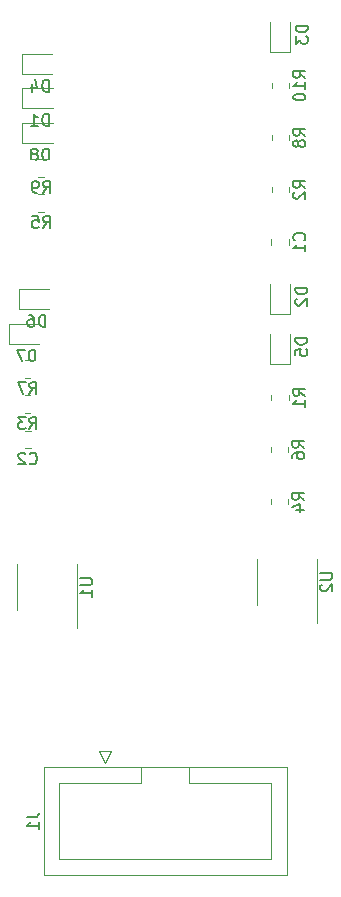
<source format=gbr>
G04 #@! TF.GenerationSoftware,KiCad,Pcbnew,(5.1.10-1-10_14)*
G04 #@! TF.CreationDate,2021-10-11T21:18:44+02:00*
G04 #@! TF.ProjectId,main,6d61696e-2e6b-4696-9361-645f70636258,rev?*
G04 #@! TF.SameCoordinates,Original*
G04 #@! TF.FileFunction,Legend,Bot*
G04 #@! TF.FilePolarity,Positive*
%FSLAX46Y46*%
G04 Gerber Fmt 4.6, Leading zero omitted, Abs format (unit mm)*
G04 Created by KiCad (PCBNEW (5.1.10-1-10_14)) date 2021-10-11 21:18:44*
%MOMM*%
%LPD*%
G01*
G04 APERTURE LIST*
%ADD10C,0.120000*%
%ADD11C,0.150000*%
%ADD12O,2.720000X3.240000*%
%ADD13C,1.800000*%
%ADD14R,1.800000X1.800000*%
%ADD15O,2.300000X3.100000*%
%ADD16C,1.700000*%
%ADD17R,0.500000X0.500000*%
G04 APERTURE END LIST*
D10*
X142704000Y-97472500D02*
X142704000Y-100922500D01*
X142704000Y-97472500D02*
X142704000Y-95522500D01*
X137584000Y-97472500D02*
X137584000Y-99422500D01*
X137584000Y-97472500D02*
X137584000Y-95522500D01*
X122384000Y-97917000D02*
X122384000Y-101367000D01*
X122384000Y-97917000D02*
X122384000Y-95967000D01*
X117264000Y-97917000D02*
X117264000Y-99867000D01*
X117264000Y-97917000D02*
X117264000Y-95967000D01*
X138868000Y-55684064D02*
X138868000Y-55229936D01*
X140338000Y-55684064D02*
X140338000Y-55229936D01*
X119114936Y-61711500D02*
X119569064Y-61711500D01*
X119114936Y-63181500D02*
X119569064Y-63181500D01*
X138868000Y-60094064D02*
X138868000Y-59639936D01*
X140338000Y-60094064D02*
X140338000Y-59639936D01*
X117965936Y-78731000D02*
X118420064Y-78731000D01*
X117965936Y-80201000D02*
X118420064Y-80201000D01*
X138779000Y-86515064D02*
X138779000Y-86060936D01*
X140249000Y-86515064D02*
X140249000Y-86060936D01*
X119114936Y-64661500D02*
X119569064Y-64661500D01*
X119114936Y-66131500D02*
X119569064Y-66131500D01*
X138779000Y-90925064D02*
X138779000Y-90470936D01*
X140249000Y-90925064D02*
X140249000Y-90470936D01*
X117965936Y-81681000D02*
X118420064Y-81681000D01*
X117965936Y-83151000D02*
X118420064Y-83151000D01*
X138868000Y-64504064D02*
X138868000Y-64049936D01*
X140338000Y-64504064D02*
X140338000Y-64049936D01*
X138839000Y-82105064D02*
X138839000Y-81650936D01*
X140309000Y-82105064D02*
X140309000Y-81650936D01*
X119568000Y-113169000D02*
X119568000Y-122289000D01*
X119568000Y-122289000D02*
X140148000Y-122289000D01*
X140148000Y-122289000D02*
X140148000Y-113169000D01*
X140148000Y-113169000D02*
X119568000Y-113169000D01*
X127808000Y-113169000D02*
X127808000Y-114479000D01*
X127808000Y-114479000D02*
X120868000Y-114479000D01*
X120868000Y-114479000D02*
X120868000Y-120979000D01*
X120868000Y-120979000D02*
X138848000Y-120979000D01*
X138848000Y-120979000D02*
X138848000Y-114479000D01*
X138848000Y-114479000D02*
X131908000Y-114479000D01*
X131908000Y-114479000D02*
X131908000Y-114479000D01*
X131908000Y-114479000D02*
X131908000Y-113169000D01*
X124778000Y-112779000D02*
X124278000Y-111779000D01*
X124278000Y-111779000D02*
X125278000Y-111779000D01*
X125278000Y-111779000D02*
X124778000Y-112779000D01*
X117762000Y-60346500D02*
X120312000Y-60346500D01*
X117762000Y-58646500D02*
X120312000Y-58646500D01*
X117762000Y-60346500D02*
X117762000Y-58646500D01*
X116613000Y-77366000D02*
X119163000Y-77366000D01*
X116613000Y-75666000D02*
X119163000Y-75666000D01*
X116613000Y-77366000D02*
X116613000Y-75666000D01*
X117473000Y-74416000D02*
X120023000Y-74416000D01*
X117473000Y-72716000D02*
X120023000Y-72716000D01*
X117473000Y-74416000D02*
X117473000Y-72716000D01*
X140424000Y-79048000D02*
X140424000Y-76498000D01*
X138724000Y-79048000D02*
X138724000Y-76498000D01*
X140424000Y-79048000D02*
X138724000Y-79048000D01*
X117753000Y-54507500D02*
X120303000Y-54507500D01*
X117753000Y-52807500D02*
X120303000Y-52807500D01*
X117753000Y-54507500D02*
X117753000Y-52807500D01*
X140453000Y-52627000D02*
X140453000Y-50077000D01*
X138753000Y-52627000D02*
X138753000Y-50077000D01*
X140453000Y-52627000D02*
X138753000Y-52627000D01*
X140424000Y-74798000D02*
X140424000Y-72248000D01*
X138724000Y-74798000D02*
X138724000Y-72248000D01*
X140424000Y-74798000D02*
X138724000Y-74798000D01*
X117762000Y-57396500D02*
X120312000Y-57396500D01*
X117762000Y-55696500D02*
X120312000Y-55696500D01*
X117762000Y-57396500D02*
X117762000Y-55696500D01*
X117951748Y-84661000D02*
X118474252Y-84661000D01*
X117951748Y-86131000D02*
X118474252Y-86131000D01*
X138838000Y-68968252D02*
X138838000Y-68445748D01*
X140308000Y-68968252D02*
X140308000Y-68445748D01*
D11*
X142996380Y-96710595D02*
X143805904Y-96710595D01*
X143901142Y-96758214D01*
X143948761Y-96805833D01*
X143996380Y-96901071D01*
X143996380Y-97091547D01*
X143948761Y-97186785D01*
X143901142Y-97234404D01*
X143805904Y-97282023D01*
X142996380Y-97282023D01*
X143091619Y-97710595D02*
X143044000Y-97758214D01*
X142996380Y-97853452D01*
X142996380Y-98091547D01*
X143044000Y-98186785D01*
X143091619Y-98234404D01*
X143186857Y-98282023D01*
X143282095Y-98282023D01*
X143424952Y-98234404D01*
X143996380Y-97662976D01*
X143996380Y-98282023D01*
X122676380Y-97155095D02*
X123485904Y-97155095D01*
X123581142Y-97202714D01*
X123628761Y-97250333D01*
X123676380Y-97345571D01*
X123676380Y-97536047D01*
X123628761Y-97631285D01*
X123581142Y-97678904D01*
X123485904Y-97726523D01*
X122676380Y-97726523D01*
X123676380Y-98726523D02*
X123676380Y-98155095D01*
X123676380Y-98440809D02*
X122676380Y-98440809D01*
X122819238Y-98345571D01*
X122914476Y-98250333D01*
X122962095Y-98155095D01*
X141705380Y-54814142D02*
X141229190Y-54480809D01*
X141705380Y-54242714D02*
X140705380Y-54242714D01*
X140705380Y-54623666D01*
X140753000Y-54718904D01*
X140800619Y-54766523D01*
X140895857Y-54814142D01*
X141038714Y-54814142D01*
X141133952Y-54766523D01*
X141181571Y-54718904D01*
X141229190Y-54623666D01*
X141229190Y-54242714D01*
X141705380Y-55766523D02*
X141705380Y-55195095D01*
X141705380Y-55480809D02*
X140705380Y-55480809D01*
X140848238Y-55385571D01*
X140943476Y-55290333D01*
X140991095Y-55195095D01*
X140705380Y-56385571D02*
X140705380Y-56480809D01*
X140753000Y-56576047D01*
X140800619Y-56623666D01*
X140895857Y-56671285D01*
X141086333Y-56718904D01*
X141324428Y-56718904D01*
X141514904Y-56671285D01*
X141610142Y-56623666D01*
X141657761Y-56576047D01*
X141705380Y-56480809D01*
X141705380Y-56385571D01*
X141657761Y-56290333D01*
X141610142Y-56242714D01*
X141514904Y-56195095D01*
X141324428Y-56147476D01*
X141086333Y-56147476D01*
X140895857Y-56195095D01*
X140800619Y-56242714D01*
X140753000Y-56290333D01*
X140705380Y-56385571D01*
X119508666Y-64548880D02*
X119842000Y-64072690D01*
X120080095Y-64548880D02*
X120080095Y-63548880D01*
X119699142Y-63548880D01*
X119603904Y-63596500D01*
X119556285Y-63644119D01*
X119508666Y-63739357D01*
X119508666Y-63882214D01*
X119556285Y-63977452D01*
X119603904Y-64025071D01*
X119699142Y-64072690D01*
X120080095Y-64072690D01*
X119032476Y-64548880D02*
X118842000Y-64548880D01*
X118746761Y-64501261D01*
X118699142Y-64453642D01*
X118603904Y-64310785D01*
X118556285Y-64120309D01*
X118556285Y-63739357D01*
X118603904Y-63644119D01*
X118651523Y-63596500D01*
X118746761Y-63548880D01*
X118937238Y-63548880D01*
X119032476Y-63596500D01*
X119080095Y-63644119D01*
X119127714Y-63739357D01*
X119127714Y-63977452D01*
X119080095Y-64072690D01*
X119032476Y-64120309D01*
X118937238Y-64167928D01*
X118746761Y-64167928D01*
X118651523Y-64120309D01*
X118603904Y-64072690D01*
X118556285Y-63977452D01*
X141705380Y-59700333D02*
X141229190Y-59367000D01*
X141705380Y-59128904D02*
X140705380Y-59128904D01*
X140705380Y-59509857D01*
X140753000Y-59605095D01*
X140800619Y-59652714D01*
X140895857Y-59700333D01*
X141038714Y-59700333D01*
X141133952Y-59652714D01*
X141181571Y-59605095D01*
X141229190Y-59509857D01*
X141229190Y-59128904D01*
X141133952Y-60271761D02*
X141086333Y-60176523D01*
X141038714Y-60128904D01*
X140943476Y-60081285D01*
X140895857Y-60081285D01*
X140800619Y-60128904D01*
X140753000Y-60176523D01*
X140705380Y-60271761D01*
X140705380Y-60462238D01*
X140753000Y-60557476D01*
X140800619Y-60605095D01*
X140895857Y-60652714D01*
X140943476Y-60652714D01*
X141038714Y-60605095D01*
X141086333Y-60557476D01*
X141133952Y-60462238D01*
X141133952Y-60271761D01*
X141181571Y-60176523D01*
X141229190Y-60128904D01*
X141324428Y-60081285D01*
X141514904Y-60081285D01*
X141610142Y-60128904D01*
X141657761Y-60176523D01*
X141705380Y-60271761D01*
X141705380Y-60462238D01*
X141657761Y-60557476D01*
X141610142Y-60605095D01*
X141514904Y-60652714D01*
X141324428Y-60652714D01*
X141229190Y-60605095D01*
X141181571Y-60557476D01*
X141133952Y-60462238D01*
X118359666Y-81568380D02*
X118693000Y-81092190D01*
X118931095Y-81568380D02*
X118931095Y-80568380D01*
X118550142Y-80568380D01*
X118454904Y-80616000D01*
X118407285Y-80663619D01*
X118359666Y-80758857D01*
X118359666Y-80901714D01*
X118407285Y-80996952D01*
X118454904Y-81044571D01*
X118550142Y-81092190D01*
X118931095Y-81092190D01*
X118026333Y-80568380D02*
X117359666Y-80568380D01*
X117788238Y-81568380D01*
X141616380Y-86121333D02*
X141140190Y-85788000D01*
X141616380Y-85549904D02*
X140616380Y-85549904D01*
X140616380Y-85930857D01*
X140664000Y-86026095D01*
X140711619Y-86073714D01*
X140806857Y-86121333D01*
X140949714Y-86121333D01*
X141044952Y-86073714D01*
X141092571Y-86026095D01*
X141140190Y-85930857D01*
X141140190Y-85549904D01*
X140616380Y-86978476D02*
X140616380Y-86788000D01*
X140664000Y-86692761D01*
X140711619Y-86645142D01*
X140854476Y-86549904D01*
X141044952Y-86502285D01*
X141425904Y-86502285D01*
X141521142Y-86549904D01*
X141568761Y-86597523D01*
X141616380Y-86692761D01*
X141616380Y-86883238D01*
X141568761Y-86978476D01*
X141521142Y-87026095D01*
X141425904Y-87073714D01*
X141187809Y-87073714D01*
X141092571Y-87026095D01*
X141044952Y-86978476D01*
X140997333Y-86883238D01*
X140997333Y-86692761D01*
X141044952Y-86597523D01*
X141092571Y-86549904D01*
X141187809Y-86502285D01*
X119508666Y-67498880D02*
X119842000Y-67022690D01*
X120080095Y-67498880D02*
X120080095Y-66498880D01*
X119699142Y-66498880D01*
X119603904Y-66546500D01*
X119556285Y-66594119D01*
X119508666Y-66689357D01*
X119508666Y-66832214D01*
X119556285Y-66927452D01*
X119603904Y-66975071D01*
X119699142Y-67022690D01*
X120080095Y-67022690D01*
X118603904Y-66498880D02*
X119080095Y-66498880D01*
X119127714Y-66975071D01*
X119080095Y-66927452D01*
X118984857Y-66879833D01*
X118746761Y-66879833D01*
X118651523Y-66927452D01*
X118603904Y-66975071D01*
X118556285Y-67070309D01*
X118556285Y-67308404D01*
X118603904Y-67403642D01*
X118651523Y-67451261D01*
X118746761Y-67498880D01*
X118984857Y-67498880D01*
X119080095Y-67451261D01*
X119127714Y-67403642D01*
X141616380Y-90531333D02*
X141140190Y-90198000D01*
X141616380Y-89959904D02*
X140616380Y-89959904D01*
X140616380Y-90340857D01*
X140664000Y-90436095D01*
X140711619Y-90483714D01*
X140806857Y-90531333D01*
X140949714Y-90531333D01*
X141044952Y-90483714D01*
X141092571Y-90436095D01*
X141140190Y-90340857D01*
X141140190Y-89959904D01*
X140949714Y-91388476D02*
X141616380Y-91388476D01*
X140568761Y-91150380D02*
X141283047Y-90912285D01*
X141283047Y-91531333D01*
X118359666Y-84518380D02*
X118693000Y-84042190D01*
X118931095Y-84518380D02*
X118931095Y-83518380D01*
X118550142Y-83518380D01*
X118454904Y-83566000D01*
X118407285Y-83613619D01*
X118359666Y-83708857D01*
X118359666Y-83851714D01*
X118407285Y-83946952D01*
X118454904Y-83994571D01*
X118550142Y-84042190D01*
X118931095Y-84042190D01*
X118026333Y-83518380D02*
X117407285Y-83518380D01*
X117740619Y-83899333D01*
X117597761Y-83899333D01*
X117502523Y-83946952D01*
X117454904Y-83994571D01*
X117407285Y-84089809D01*
X117407285Y-84327904D01*
X117454904Y-84423142D01*
X117502523Y-84470761D01*
X117597761Y-84518380D01*
X117883476Y-84518380D01*
X117978714Y-84470761D01*
X118026333Y-84423142D01*
X141705380Y-64110333D02*
X141229190Y-63777000D01*
X141705380Y-63538904D02*
X140705380Y-63538904D01*
X140705380Y-63919857D01*
X140753000Y-64015095D01*
X140800619Y-64062714D01*
X140895857Y-64110333D01*
X141038714Y-64110333D01*
X141133952Y-64062714D01*
X141181571Y-64015095D01*
X141229190Y-63919857D01*
X141229190Y-63538904D01*
X140800619Y-64491285D02*
X140753000Y-64538904D01*
X140705380Y-64634142D01*
X140705380Y-64872238D01*
X140753000Y-64967476D01*
X140800619Y-65015095D01*
X140895857Y-65062714D01*
X140991095Y-65062714D01*
X141133952Y-65015095D01*
X141705380Y-64443666D01*
X141705380Y-65062714D01*
X141676380Y-81711333D02*
X141200190Y-81378000D01*
X141676380Y-81139904D02*
X140676380Y-81139904D01*
X140676380Y-81520857D01*
X140724000Y-81616095D01*
X140771619Y-81663714D01*
X140866857Y-81711333D01*
X141009714Y-81711333D01*
X141104952Y-81663714D01*
X141152571Y-81616095D01*
X141200190Y-81520857D01*
X141200190Y-81139904D01*
X141676380Y-82663714D02*
X141676380Y-82092285D01*
X141676380Y-82378000D02*
X140676380Y-82378000D01*
X140819238Y-82282761D01*
X140914476Y-82187523D01*
X140962095Y-82092285D01*
X118130380Y-117395666D02*
X118844666Y-117395666D01*
X118987523Y-117348047D01*
X119082761Y-117252809D01*
X119130380Y-117109952D01*
X119130380Y-117014714D01*
X119130380Y-118395666D02*
X119130380Y-117824238D01*
X119130380Y-118109952D02*
X118130380Y-118109952D01*
X118273238Y-118014714D01*
X118368476Y-117919476D01*
X118416095Y-117824238D01*
X120000095Y-61798880D02*
X120000095Y-60798880D01*
X119762000Y-60798880D01*
X119619142Y-60846500D01*
X119523904Y-60941738D01*
X119476285Y-61036976D01*
X119428666Y-61227452D01*
X119428666Y-61370309D01*
X119476285Y-61560785D01*
X119523904Y-61656023D01*
X119619142Y-61751261D01*
X119762000Y-61798880D01*
X120000095Y-61798880D01*
X118857238Y-61227452D02*
X118952476Y-61179833D01*
X119000095Y-61132214D01*
X119047714Y-61036976D01*
X119047714Y-60989357D01*
X119000095Y-60894119D01*
X118952476Y-60846500D01*
X118857238Y-60798880D01*
X118666761Y-60798880D01*
X118571523Y-60846500D01*
X118523904Y-60894119D01*
X118476285Y-60989357D01*
X118476285Y-61036976D01*
X118523904Y-61132214D01*
X118571523Y-61179833D01*
X118666761Y-61227452D01*
X118857238Y-61227452D01*
X118952476Y-61275071D01*
X119000095Y-61322690D01*
X119047714Y-61417928D01*
X119047714Y-61608404D01*
X119000095Y-61703642D01*
X118952476Y-61751261D01*
X118857238Y-61798880D01*
X118666761Y-61798880D01*
X118571523Y-61751261D01*
X118523904Y-61703642D01*
X118476285Y-61608404D01*
X118476285Y-61417928D01*
X118523904Y-61322690D01*
X118571523Y-61275071D01*
X118666761Y-61227452D01*
X118851095Y-78818380D02*
X118851095Y-77818380D01*
X118613000Y-77818380D01*
X118470142Y-77866000D01*
X118374904Y-77961238D01*
X118327285Y-78056476D01*
X118279666Y-78246952D01*
X118279666Y-78389809D01*
X118327285Y-78580285D01*
X118374904Y-78675523D01*
X118470142Y-78770761D01*
X118613000Y-78818380D01*
X118851095Y-78818380D01*
X117946333Y-77818380D02*
X117279666Y-77818380D01*
X117708238Y-78818380D01*
X119711095Y-75868380D02*
X119711095Y-74868380D01*
X119473000Y-74868380D01*
X119330142Y-74916000D01*
X119234904Y-75011238D01*
X119187285Y-75106476D01*
X119139666Y-75296952D01*
X119139666Y-75439809D01*
X119187285Y-75630285D01*
X119234904Y-75725523D01*
X119330142Y-75820761D01*
X119473000Y-75868380D01*
X119711095Y-75868380D01*
X118282523Y-74868380D02*
X118473000Y-74868380D01*
X118568238Y-74916000D01*
X118615857Y-74963619D01*
X118711095Y-75106476D01*
X118758714Y-75296952D01*
X118758714Y-75677904D01*
X118711095Y-75773142D01*
X118663476Y-75820761D01*
X118568238Y-75868380D01*
X118377761Y-75868380D01*
X118282523Y-75820761D01*
X118234904Y-75773142D01*
X118187285Y-75677904D01*
X118187285Y-75439809D01*
X118234904Y-75344571D01*
X118282523Y-75296952D01*
X118377761Y-75249333D01*
X118568238Y-75249333D01*
X118663476Y-75296952D01*
X118711095Y-75344571D01*
X118758714Y-75439809D01*
X141876380Y-76809904D02*
X140876380Y-76809904D01*
X140876380Y-77048000D01*
X140924000Y-77190857D01*
X141019238Y-77286095D01*
X141114476Y-77333714D01*
X141304952Y-77381333D01*
X141447809Y-77381333D01*
X141638285Y-77333714D01*
X141733523Y-77286095D01*
X141828761Y-77190857D01*
X141876380Y-77048000D01*
X141876380Y-76809904D01*
X140876380Y-78286095D02*
X140876380Y-77809904D01*
X141352571Y-77762285D01*
X141304952Y-77809904D01*
X141257333Y-77905142D01*
X141257333Y-78143238D01*
X141304952Y-78238476D01*
X141352571Y-78286095D01*
X141447809Y-78333714D01*
X141685904Y-78333714D01*
X141781142Y-78286095D01*
X141828761Y-78238476D01*
X141876380Y-78143238D01*
X141876380Y-77905142D01*
X141828761Y-77809904D01*
X141781142Y-77762285D01*
X119991095Y-55959880D02*
X119991095Y-54959880D01*
X119753000Y-54959880D01*
X119610142Y-55007500D01*
X119514904Y-55102738D01*
X119467285Y-55197976D01*
X119419666Y-55388452D01*
X119419666Y-55531309D01*
X119467285Y-55721785D01*
X119514904Y-55817023D01*
X119610142Y-55912261D01*
X119753000Y-55959880D01*
X119991095Y-55959880D01*
X118562523Y-55293214D02*
X118562523Y-55959880D01*
X118800619Y-54912261D02*
X119038714Y-55626547D01*
X118419666Y-55626547D01*
X141905380Y-50388904D02*
X140905380Y-50388904D01*
X140905380Y-50627000D01*
X140953000Y-50769857D01*
X141048238Y-50865095D01*
X141143476Y-50912714D01*
X141333952Y-50960333D01*
X141476809Y-50960333D01*
X141667285Y-50912714D01*
X141762523Y-50865095D01*
X141857761Y-50769857D01*
X141905380Y-50627000D01*
X141905380Y-50388904D01*
X140905380Y-51293666D02*
X140905380Y-51912714D01*
X141286333Y-51579380D01*
X141286333Y-51722238D01*
X141333952Y-51817476D01*
X141381571Y-51865095D01*
X141476809Y-51912714D01*
X141714904Y-51912714D01*
X141810142Y-51865095D01*
X141857761Y-51817476D01*
X141905380Y-51722238D01*
X141905380Y-51436523D01*
X141857761Y-51341285D01*
X141810142Y-51293666D01*
X141876380Y-72559904D02*
X140876380Y-72559904D01*
X140876380Y-72798000D01*
X140924000Y-72940857D01*
X141019238Y-73036095D01*
X141114476Y-73083714D01*
X141304952Y-73131333D01*
X141447809Y-73131333D01*
X141638285Y-73083714D01*
X141733523Y-73036095D01*
X141828761Y-72940857D01*
X141876380Y-72798000D01*
X141876380Y-72559904D01*
X140971619Y-73512285D02*
X140924000Y-73559904D01*
X140876380Y-73655142D01*
X140876380Y-73893238D01*
X140924000Y-73988476D01*
X140971619Y-74036095D01*
X141066857Y-74083714D01*
X141162095Y-74083714D01*
X141304952Y-74036095D01*
X141876380Y-73464666D01*
X141876380Y-74083714D01*
X120000095Y-58848880D02*
X120000095Y-57848880D01*
X119762000Y-57848880D01*
X119619142Y-57896500D01*
X119523904Y-57991738D01*
X119476285Y-58086976D01*
X119428666Y-58277452D01*
X119428666Y-58420309D01*
X119476285Y-58610785D01*
X119523904Y-58706023D01*
X119619142Y-58801261D01*
X119762000Y-58848880D01*
X120000095Y-58848880D01*
X118476285Y-58848880D02*
X119047714Y-58848880D01*
X118762000Y-58848880D02*
X118762000Y-57848880D01*
X118857238Y-57991738D01*
X118952476Y-58086976D01*
X119047714Y-58134595D01*
X118379666Y-87433142D02*
X118427285Y-87480761D01*
X118570142Y-87528380D01*
X118665380Y-87528380D01*
X118808238Y-87480761D01*
X118903476Y-87385523D01*
X118951095Y-87290285D01*
X118998714Y-87099809D01*
X118998714Y-86956952D01*
X118951095Y-86766476D01*
X118903476Y-86671238D01*
X118808238Y-86576000D01*
X118665380Y-86528380D01*
X118570142Y-86528380D01*
X118427285Y-86576000D01*
X118379666Y-86623619D01*
X117998714Y-86623619D02*
X117951095Y-86576000D01*
X117855857Y-86528380D01*
X117617761Y-86528380D01*
X117522523Y-86576000D01*
X117474904Y-86623619D01*
X117427285Y-86718857D01*
X117427285Y-86814095D01*
X117474904Y-86956952D01*
X118046333Y-87528380D01*
X117427285Y-87528380D01*
X141610142Y-68540333D02*
X141657761Y-68492714D01*
X141705380Y-68349857D01*
X141705380Y-68254619D01*
X141657761Y-68111761D01*
X141562523Y-68016523D01*
X141467285Y-67968904D01*
X141276809Y-67921285D01*
X141133952Y-67921285D01*
X140943476Y-67968904D01*
X140848238Y-68016523D01*
X140753000Y-68111761D01*
X140705380Y-68254619D01*
X140705380Y-68349857D01*
X140753000Y-68492714D01*
X140800619Y-68540333D01*
X141705380Y-69492714D02*
X141705380Y-68921285D01*
X141705380Y-69207000D02*
X140705380Y-69207000D01*
X140848238Y-69111761D01*
X140943476Y-69016523D01*
X140991095Y-68921285D01*
%LPC*%
G36*
G01*
X142199000Y-95972500D02*
X141899000Y-95972500D01*
G75*
G02*
X141749000Y-95822500I0J150000D01*
G01*
X141749000Y-94172500D01*
G75*
G02*
X141899000Y-94022500I150000J0D01*
G01*
X142199000Y-94022500D01*
G75*
G02*
X142349000Y-94172500I0J-150000D01*
G01*
X142349000Y-95822500D01*
G75*
G02*
X142199000Y-95972500I-150000J0D01*
G01*
G37*
G36*
G01*
X140929000Y-95972500D02*
X140629000Y-95972500D01*
G75*
G02*
X140479000Y-95822500I0J150000D01*
G01*
X140479000Y-94172500D01*
G75*
G02*
X140629000Y-94022500I150000J0D01*
G01*
X140929000Y-94022500D01*
G75*
G02*
X141079000Y-94172500I0J-150000D01*
G01*
X141079000Y-95822500D01*
G75*
G02*
X140929000Y-95972500I-150000J0D01*
G01*
G37*
G36*
G01*
X139659000Y-95972500D02*
X139359000Y-95972500D01*
G75*
G02*
X139209000Y-95822500I0J150000D01*
G01*
X139209000Y-94172500D01*
G75*
G02*
X139359000Y-94022500I150000J0D01*
G01*
X139659000Y-94022500D01*
G75*
G02*
X139809000Y-94172500I0J-150000D01*
G01*
X139809000Y-95822500D01*
G75*
G02*
X139659000Y-95972500I-150000J0D01*
G01*
G37*
G36*
G01*
X138389000Y-95972500D02*
X138089000Y-95972500D01*
G75*
G02*
X137939000Y-95822500I0J150000D01*
G01*
X137939000Y-94172500D01*
G75*
G02*
X138089000Y-94022500I150000J0D01*
G01*
X138389000Y-94022500D01*
G75*
G02*
X138539000Y-94172500I0J-150000D01*
G01*
X138539000Y-95822500D01*
G75*
G02*
X138389000Y-95972500I-150000J0D01*
G01*
G37*
G36*
G01*
X138389000Y-100922500D02*
X138089000Y-100922500D01*
G75*
G02*
X137939000Y-100772500I0J150000D01*
G01*
X137939000Y-99122500D01*
G75*
G02*
X138089000Y-98972500I150000J0D01*
G01*
X138389000Y-98972500D01*
G75*
G02*
X138539000Y-99122500I0J-150000D01*
G01*
X138539000Y-100772500D01*
G75*
G02*
X138389000Y-100922500I-150000J0D01*
G01*
G37*
G36*
G01*
X139659000Y-100922500D02*
X139359000Y-100922500D01*
G75*
G02*
X139209000Y-100772500I0J150000D01*
G01*
X139209000Y-99122500D01*
G75*
G02*
X139359000Y-98972500I150000J0D01*
G01*
X139659000Y-98972500D01*
G75*
G02*
X139809000Y-99122500I0J-150000D01*
G01*
X139809000Y-100772500D01*
G75*
G02*
X139659000Y-100922500I-150000J0D01*
G01*
G37*
G36*
G01*
X140929000Y-100922500D02*
X140629000Y-100922500D01*
G75*
G02*
X140479000Y-100772500I0J150000D01*
G01*
X140479000Y-99122500D01*
G75*
G02*
X140629000Y-98972500I150000J0D01*
G01*
X140929000Y-98972500D01*
G75*
G02*
X141079000Y-99122500I0J-150000D01*
G01*
X141079000Y-100772500D01*
G75*
G02*
X140929000Y-100922500I-150000J0D01*
G01*
G37*
G36*
G01*
X142199000Y-100922500D02*
X141899000Y-100922500D01*
G75*
G02*
X141749000Y-100772500I0J150000D01*
G01*
X141749000Y-99122500D01*
G75*
G02*
X141899000Y-98972500I150000J0D01*
G01*
X142199000Y-98972500D01*
G75*
G02*
X142349000Y-99122500I0J-150000D01*
G01*
X142349000Y-100772500D01*
G75*
G02*
X142199000Y-100922500I-150000J0D01*
G01*
G37*
G36*
G01*
X121879000Y-96417000D02*
X121579000Y-96417000D01*
G75*
G02*
X121429000Y-96267000I0J150000D01*
G01*
X121429000Y-94617000D01*
G75*
G02*
X121579000Y-94467000I150000J0D01*
G01*
X121879000Y-94467000D01*
G75*
G02*
X122029000Y-94617000I0J-150000D01*
G01*
X122029000Y-96267000D01*
G75*
G02*
X121879000Y-96417000I-150000J0D01*
G01*
G37*
G36*
G01*
X120609000Y-96417000D02*
X120309000Y-96417000D01*
G75*
G02*
X120159000Y-96267000I0J150000D01*
G01*
X120159000Y-94617000D01*
G75*
G02*
X120309000Y-94467000I150000J0D01*
G01*
X120609000Y-94467000D01*
G75*
G02*
X120759000Y-94617000I0J-150000D01*
G01*
X120759000Y-96267000D01*
G75*
G02*
X120609000Y-96417000I-150000J0D01*
G01*
G37*
G36*
G01*
X119339000Y-96417000D02*
X119039000Y-96417000D01*
G75*
G02*
X118889000Y-96267000I0J150000D01*
G01*
X118889000Y-94617000D01*
G75*
G02*
X119039000Y-94467000I150000J0D01*
G01*
X119339000Y-94467000D01*
G75*
G02*
X119489000Y-94617000I0J-150000D01*
G01*
X119489000Y-96267000D01*
G75*
G02*
X119339000Y-96417000I-150000J0D01*
G01*
G37*
G36*
G01*
X118069000Y-96417000D02*
X117769000Y-96417000D01*
G75*
G02*
X117619000Y-96267000I0J150000D01*
G01*
X117619000Y-94617000D01*
G75*
G02*
X117769000Y-94467000I150000J0D01*
G01*
X118069000Y-94467000D01*
G75*
G02*
X118219000Y-94617000I0J-150000D01*
G01*
X118219000Y-96267000D01*
G75*
G02*
X118069000Y-96417000I-150000J0D01*
G01*
G37*
G36*
G01*
X118069000Y-101367000D02*
X117769000Y-101367000D01*
G75*
G02*
X117619000Y-101217000I0J150000D01*
G01*
X117619000Y-99567000D01*
G75*
G02*
X117769000Y-99417000I150000J0D01*
G01*
X118069000Y-99417000D01*
G75*
G02*
X118219000Y-99567000I0J-150000D01*
G01*
X118219000Y-101217000D01*
G75*
G02*
X118069000Y-101367000I-150000J0D01*
G01*
G37*
G36*
G01*
X119339000Y-101367000D02*
X119039000Y-101367000D01*
G75*
G02*
X118889000Y-101217000I0J150000D01*
G01*
X118889000Y-99567000D01*
G75*
G02*
X119039000Y-99417000I150000J0D01*
G01*
X119339000Y-99417000D01*
G75*
G02*
X119489000Y-99567000I0J-150000D01*
G01*
X119489000Y-101217000D01*
G75*
G02*
X119339000Y-101367000I-150000J0D01*
G01*
G37*
G36*
G01*
X120609000Y-101367000D02*
X120309000Y-101367000D01*
G75*
G02*
X120159000Y-101217000I0J150000D01*
G01*
X120159000Y-99567000D01*
G75*
G02*
X120309000Y-99417000I150000J0D01*
G01*
X120609000Y-99417000D01*
G75*
G02*
X120759000Y-99567000I0J-150000D01*
G01*
X120759000Y-101217000D01*
G75*
G02*
X120609000Y-101367000I-150000J0D01*
G01*
G37*
G36*
G01*
X121879000Y-101367000D02*
X121579000Y-101367000D01*
G75*
G02*
X121429000Y-101217000I0J150000D01*
G01*
X121429000Y-99567000D01*
G75*
G02*
X121579000Y-99417000I150000J0D01*
G01*
X121879000Y-99417000D01*
G75*
G02*
X122029000Y-99567000I0J-150000D01*
G01*
X122029000Y-101217000D01*
G75*
G02*
X121879000Y-101367000I-150000J0D01*
G01*
G37*
D12*
X125018000Y-87369000D03*
X134618000Y-87369000D03*
D13*
X132318000Y-94869000D03*
X129818000Y-94869000D03*
D14*
X127318000Y-94869000D03*
D12*
X125018000Y-104006000D03*
X134618000Y-104006000D03*
D13*
X132318000Y-111506000D03*
X129818000Y-111506000D03*
D14*
X127318000Y-111506000D03*
D12*
X125144000Y-53460000D03*
X134744000Y-53460000D03*
D13*
X132444000Y-60960000D03*
X129944000Y-60960000D03*
D14*
X127444000Y-60960000D03*
D12*
X125208000Y-71049500D03*
X134808000Y-71049500D03*
D13*
X132508000Y-78549500D03*
X130008000Y-78549500D03*
D14*
X127508000Y-78549500D03*
G36*
G01*
X140053001Y-55057000D02*
X139152999Y-55057000D01*
G75*
G02*
X138903000Y-54807001I0J249999D01*
G01*
X138903000Y-54281999D01*
G75*
G02*
X139152999Y-54032000I249999J0D01*
G01*
X140053001Y-54032000D01*
G75*
G02*
X140303000Y-54281999I0J-249999D01*
G01*
X140303000Y-54807001D01*
G75*
G02*
X140053001Y-55057000I-249999J0D01*
G01*
G37*
G36*
G01*
X140053001Y-56882000D02*
X139152999Y-56882000D01*
G75*
G02*
X138903000Y-56632001I0J249999D01*
G01*
X138903000Y-56106999D01*
G75*
G02*
X139152999Y-55857000I249999J0D01*
G01*
X140053001Y-55857000D01*
G75*
G02*
X140303000Y-56106999I0J-249999D01*
G01*
X140303000Y-56632001D01*
G75*
G02*
X140053001Y-56882000I-249999J0D01*
G01*
G37*
G36*
G01*
X119742000Y-62896501D02*
X119742000Y-61996499D01*
G75*
G02*
X119991999Y-61746500I249999J0D01*
G01*
X120517001Y-61746500D01*
G75*
G02*
X120767000Y-61996499I0J-249999D01*
G01*
X120767000Y-62896501D01*
G75*
G02*
X120517001Y-63146500I-249999J0D01*
G01*
X119991999Y-63146500D01*
G75*
G02*
X119742000Y-62896501I0J249999D01*
G01*
G37*
G36*
G01*
X117917000Y-62896501D02*
X117917000Y-61996499D01*
G75*
G02*
X118166999Y-61746500I249999J0D01*
G01*
X118692001Y-61746500D01*
G75*
G02*
X118942000Y-61996499I0J-249999D01*
G01*
X118942000Y-62896501D01*
G75*
G02*
X118692001Y-63146500I-249999J0D01*
G01*
X118166999Y-63146500D01*
G75*
G02*
X117917000Y-62896501I0J249999D01*
G01*
G37*
G36*
G01*
X140053001Y-59467000D02*
X139152999Y-59467000D01*
G75*
G02*
X138903000Y-59217001I0J249999D01*
G01*
X138903000Y-58691999D01*
G75*
G02*
X139152999Y-58442000I249999J0D01*
G01*
X140053001Y-58442000D01*
G75*
G02*
X140303000Y-58691999I0J-249999D01*
G01*
X140303000Y-59217001D01*
G75*
G02*
X140053001Y-59467000I-249999J0D01*
G01*
G37*
G36*
G01*
X140053001Y-61292000D02*
X139152999Y-61292000D01*
G75*
G02*
X138903000Y-61042001I0J249999D01*
G01*
X138903000Y-60516999D01*
G75*
G02*
X139152999Y-60267000I249999J0D01*
G01*
X140053001Y-60267000D01*
G75*
G02*
X140303000Y-60516999I0J-249999D01*
G01*
X140303000Y-61042001D01*
G75*
G02*
X140053001Y-61292000I-249999J0D01*
G01*
G37*
G36*
G01*
X118593000Y-79916001D02*
X118593000Y-79015999D01*
G75*
G02*
X118842999Y-78766000I249999J0D01*
G01*
X119368001Y-78766000D01*
G75*
G02*
X119618000Y-79015999I0J-249999D01*
G01*
X119618000Y-79916001D01*
G75*
G02*
X119368001Y-80166000I-249999J0D01*
G01*
X118842999Y-80166000D01*
G75*
G02*
X118593000Y-79916001I0J249999D01*
G01*
G37*
G36*
G01*
X116768000Y-79916001D02*
X116768000Y-79015999D01*
G75*
G02*
X117017999Y-78766000I249999J0D01*
G01*
X117543001Y-78766000D01*
G75*
G02*
X117793000Y-79015999I0J-249999D01*
G01*
X117793000Y-79916001D01*
G75*
G02*
X117543001Y-80166000I-249999J0D01*
G01*
X117017999Y-80166000D01*
G75*
G02*
X116768000Y-79916001I0J249999D01*
G01*
G37*
G36*
G01*
X139964001Y-85888000D02*
X139063999Y-85888000D01*
G75*
G02*
X138814000Y-85638001I0J249999D01*
G01*
X138814000Y-85112999D01*
G75*
G02*
X139063999Y-84863000I249999J0D01*
G01*
X139964001Y-84863000D01*
G75*
G02*
X140214000Y-85112999I0J-249999D01*
G01*
X140214000Y-85638001D01*
G75*
G02*
X139964001Y-85888000I-249999J0D01*
G01*
G37*
G36*
G01*
X139964001Y-87713000D02*
X139063999Y-87713000D01*
G75*
G02*
X138814000Y-87463001I0J249999D01*
G01*
X138814000Y-86937999D01*
G75*
G02*
X139063999Y-86688000I249999J0D01*
G01*
X139964001Y-86688000D01*
G75*
G02*
X140214000Y-86937999I0J-249999D01*
G01*
X140214000Y-87463001D01*
G75*
G02*
X139964001Y-87713000I-249999J0D01*
G01*
G37*
G36*
G01*
X119742000Y-65846501D02*
X119742000Y-64946499D01*
G75*
G02*
X119991999Y-64696500I249999J0D01*
G01*
X120517001Y-64696500D01*
G75*
G02*
X120767000Y-64946499I0J-249999D01*
G01*
X120767000Y-65846501D01*
G75*
G02*
X120517001Y-66096500I-249999J0D01*
G01*
X119991999Y-66096500D01*
G75*
G02*
X119742000Y-65846501I0J249999D01*
G01*
G37*
G36*
G01*
X117917000Y-65846501D02*
X117917000Y-64946499D01*
G75*
G02*
X118166999Y-64696500I249999J0D01*
G01*
X118692001Y-64696500D01*
G75*
G02*
X118942000Y-64946499I0J-249999D01*
G01*
X118942000Y-65846501D01*
G75*
G02*
X118692001Y-66096500I-249999J0D01*
G01*
X118166999Y-66096500D01*
G75*
G02*
X117917000Y-65846501I0J249999D01*
G01*
G37*
G36*
G01*
X139964001Y-90298000D02*
X139063999Y-90298000D01*
G75*
G02*
X138814000Y-90048001I0J249999D01*
G01*
X138814000Y-89522999D01*
G75*
G02*
X139063999Y-89273000I249999J0D01*
G01*
X139964001Y-89273000D01*
G75*
G02*
X140214000Y-89522999I0J-249999D01*
G01*
X140214000Y-90048001D01*
G75*
G02*
X139964001Y-90298000I-249999J0D01*
G01*
G37*
G36*
G01*
X139964001Y-92123000D02*
X139063999Y-92123000D01*
G75*
G02*
X138814000Y-91873001I0J249999D01*
G01*
X138814000Y-91347999D01*
G75*
G02*
X139063999Y-91098000I249999J0D01*
G01*
X139964001Y-91098000D01*
G75*
G02*
X140214000Y-91347999I0J-249999D01*
G01*
X140214000Y-91873001D01*
G75*
G02*
X139964001Y-92123000I-249999J0D01*
G01*
G37*
G36*
G01*
X118593000Y-82866001D02*
X118593000Y-81965999D01*
G75*
G02*
X118842999Y-81716000I249999J0D01*
G01*
X119368001Y-81716000D01*
G75*
G02*
X119618000Y-81965999I0J-249999D01*
G01*
X119618000Y-82866001D01*
G75*
G02*
X119368001Y-83116000I-249999J0D01*
G01*
X118842999Y-83116000D01*
G75*
G02*
X118593000Y-82866001I0J249999D01*
G01*
G37*
G36*
G01*
X116768000Y-82866001D02*
X116768000Y-81965999D01*
G75*
G02*
X117017999Y-81716000I249999J0D01*
G01*
X117543001Y-81716000D01*
G75*
G02*
X117793000Y-81965999I0J-249999D01*
G01*
X117793000Y-82866001D01*
G75*
G02*
X117543001Y-83116000I-249999J0D01*
G01*
X117017999Y-83116000D01*
G75*
G02*
X116768000Y-82866001I0J249999D01*
G01*
G37*
G36*
G01*
X140053001Y-63877000D02*
X139152999Y-63877000D01*
G75*
G02*
X138903000Y-63627001I0J249999D01*
G01*
X138903000Y-63101999D01*
G75*
G02*
X139152999Y-62852000I249999J0D01*
G01*
X140053001Y-62852000D01*
G75*
G02*
X140303000Y-63101999I0J-249999D01*
G01*
X140303000Y-63627001D01*
G75*
G02*
X140053001Y-63877000I-249999J0D01*
G01*
G37*
G36*
G01*
X140053001Y-65702000D02*
X139152999Y-65702000D01*
G75*
G02*
X138903000Y-65452001I0J249999D01*
G01*
X138903000Y-64926999D01*
G75*
G02*
X139152999Y-64677000I249999J0D01*
G01*
X140053001Y-64677000D01*
G75*
G02*
X140303000Y-64926999I0J-249999D01*
G01*
X140303000Y-65452001D01*
G75*
G02*
X140053001Y-65702000I-249999J0D01*
G01*
G37*
G36*
G01*
X140024001Y-81478000D02*
X139123999Y-81478000D01*
G75*
G02*
X138874000Y-81228001I0J249999D01*
G01*
X138874000Y-80702999D01*
G75*
G02*
X139123999Y-80453000I249999J0D01*
G01*
X140024001Y-80453000D01*
G75*
G02*
X140274000Y-80702999I0J-249999D01*
G01*
X140274000Y-81228001D01*
G75*
G02*
X140024001Y-81478000I-249999J0D01*
G01*
G37*
G36*
G01*
X140024001Y-83303000D02*
X139123999Y-83303000D01*
G75*
G02*
X138874000Y-83053001I0J249999D01*
G01*
X138874000Y-82527999D01*
G75*
G02*
X139123999Y-82278000I249999J0D01*
G01*
X140024001Y-82278000D01*
G75*
G02*
X140274000Y-82527999I0J-249999D01*
G01*
X140274000Y-83053001D01*
G75*
G02*
X140024001Y-83303000I-249999J0D01*
G01*
G37*
G36*
G01*
X132318000Y-140048000D02*
X131018000Y-140048000D01*
G75*
G02*
X130368000Y-139398000I0J650000D01*
G01*
X130368000Y-138098000D01*
G75*
G02*
X131018000Y-137448000I650000J0D01*
G01*
X132318000Y-137448000D01*
G75*
G02*
X132968000Y-138098000I0J-650000D01*
G01*
X132968000Y-139398000D01*
G75*
G02*
X132318000Y-140048000I-650000J0D01*
G01*
G37*
D15*
X143068000Y-138748000D03*
G36*
G01*
X140618000Y-140048000D02*
X139318000Y-140048000D01*
G75*
G02*
X138668000Y-139398000I0J650000D01*
G01*
X138668000Y-138098000D01*
G75*
G02*
X139318000Y-137448000I650000J0D01*
G01*
X140618000Y-137448000D01*
G75*
G02*
X141268000Y-138098000I0J-650000D01*
G01*
X141268000Y-139398000D01*
G75*
G02*
X140618000Y-140048000I-650000J0D01*
G01*
G37*
G36*
G01*
X127333000Y-137448000D02*
X128633000Y-137448000D01*
G75*
G02*
X129283000Y-138098000I0J-650000D01*
G01*
X129283000Y-139398000D01*
G75*
G02*
X128633000Y-140048000I-650000J0D01*
G01*
X127333000Y-140048000D01*
G75*
G02*
X126683000Y-139398000I0J650000D01*
G01*
X126683000Y-138098000D01*
G75*
G02*
X127333000Y-137448000I650000J0D01*
G01*
G37*
X116583000Y-138748000D03*
G36*
G01*
X119033000Y-137448000D02*
X120333000Y-137448000D01*
G75*
G02*
X120983000Y-138098000I0J-650000D01*
G01*
X120983000Y-139398000D01*
G75*
G02*
X120333000Y-140048000I-650000J0D01*
G01*
X119033000Y-140048000D01*
G75*
G02*
X118383000Y-139398000I0J650000D01*
G01*
X118383000Y-138098000D01*
G75*
G02*
X119033000Y-137448000I650000J0D01*
G01*
G37*
D16*
X134938000Y-118999000D03*
X132398000Y-118999000D03*
X129858000Y-118999000D03*
X127318000Y-118999000D03*
X124778000Y-118999000D03*
X134938000Y-116459000D03*
X132398000Y-116459000D03*
X129858000Y-116459000D03*
X127318000Y-116459000D03*
G36*
G01*
X124178000Y-115609000D02*
X125378000Y-115609000D01*
G75*
G02*
X125628000Y-115859000I0J-250000D01*
G01*
X125628000Y-117059000D01*
G75*
G02*
X125378000Y-117309000I-250000J0D01*
G01*
X124178000Y-117309000D01*
G75*
G02*
X123928000Y-117059000I0J250000D01*
G01*
X123928000Y-115859000D01*
G75*
G02*
X124178000Y-115609000I250000J0D01*
G01*
G37*
G36*
G01*
X132255000Y-126268000D02*
X130955000Y-126268000D01*
G75*
G02*
X130305000Y-125618000I0J650000D01*
G01*
X130305000Y-124318000D01*
G75*
G02*
X130955000Y-123668000I650000J0D01*
G01*
X132255000Y-123668000D01*
G75*
G02*
X132905000Y-124318000I0J-650000D01*
G01*
X132905000Y-125618000D01*
G75*
G02*
X132255000Y-126268000I-650000J0D01*
G01*
G37*
D15*
X143005000Y-124968000D03*
G36*
G01*
X140555000Y-126268000D02*
X139255000Y-126268000D01*
G75*
G02*
X138605000Y-125618000I0J650000D01*
G01*
X138605000Y-124318000D01*
G75*
G02*
X139255000Y-123668000I650000J0D01*
G01*
X140555000Y-123668000D01*
G75*
G02*
X141205000Y-124318000I0J-650000D01*
G01*
X141205000Y-125618000D01*
G75*
G02*
X140555000Y-126268000I-650000J0D01*
G01*
G37*
G36*
G01*
X127650000Y-123604000D02*
X128950000Y-123604000D01*
G75*
G02*
X129600000Y-124254000I0J-650000D01*
G01*
X129600000Y-125554000D01*
G75*
G02*
X128950000Y-126204000I-650000J0D01*
G01*
X127650000Y-126204000D01*
G75*
G02*
X127000000Y-125554000I0J650000D01*
G01*
X127000000Y-124254000D01*
G75*
G02*
X127650000Y-123604000I650000J0D01*
G01*
G37*
X116900000Y-124904000D03*
G36*
G01*
X119350000Y-123604000D02*
X120650000Y-123604000D01*
G75*
G02*
X121300000Y-124254000I0J-650000D01*
G01*
X121300000Y-125554000D01*
G75*
G02*
X120650000Y-126204000I-650000J0D01*
G01*
X119350000Y-126204000D01*
G75*
G02*
X118700000Y-125554000I0J650000D01*
G01*
X118700000Y-124254000D01*
G75*
G02*
X119350000Y-123604000I650000J0D01*
G01*
G37*
D17*
X120362000Y-59496500D03*
X118162000Y-59496500D03*
X119213000Y-76516000D03*
X117013000Y-76516000D03*
X120073000Y-73566000D03*
X117873000Y-73566000D03*
X139574000Y-76448000D03*
X139574000Y-78648000D03*
X120353000Y-53657500D03*
X118153000Y-53657500D03*
X139603000Y-50027000D03*
X139603000Y-52227000D03*
X139574000Y-72198000D03*
X139574000Y-74398000D03*
X120362000Y-56546500D03*
X118162000Y-56546500D03*
G36*
G01*
X118663000Y-85871000D02*
X118663000Y-84921000D01*
G75*
G02*
X118913000Y-84671000I250000J0D01*
G01*
X119413000Y-84671000D01*
G75*
G02*
X119663000Y-84921000I0J-250000D01*
G01*
X119663000Y-85871000D01*
G75*
G02*
X119413000Y-86121000I-250000J0D01*
G01*
X118913000Y-86121000D01*
G75*
G02*
X118663000Y-85871000I0J250000D01*
G01*
G37*
G36*
G01*
X116763000Y-85871000D02*
X116763000Y-84921000D01*
G75*
G02*
X117013000Y-84671000I250000J0D01*
G01*
X117513000Y-84671000D01*
G75*
G02*
X117763000Y-84921000I0J-250000D01*
G01*
X117763000Y-85871000D01*
G75*
G02*
X117513000Y-86121000I-250000J0D01*
G01*
X117013000Y-86121000D01*
G75*
G02*
X116763000Y-85871000I0J250000D01*
G01*
G37*
G36*
G01*
X140048000Y-68257000D02*
X139098000Y-68257000D01*
G75*
G02*
X138848000Y-68007000I0J250000D01*
G01*
X138848000Y-67507000D01*
G75*
G02*
X139098000Y-67257000I250000J0D01*
G01*
X140048000Y-67257000D01*
G75*
G02*
X140298000Y-67507000I0J-250000D01*
G01*
X140298000Y-68007000D01*
G75*
G02*
X140048000Y-68257000I-250000J0D01*
G01*
G37*
G36*
G01*
X140048000Y-70157000D02*
X139098000Y-70157000D01*
G75*
G02*
X138848000Y-69907000I0J250000D01*
G01*
X138848000Y-69407000D01*
G75*
G02*
X139098000Y-69157000I250000J0D01*
G01*
X140048000Y-69157000D01*
G75*
G02*
X140298000Y-69407000I0J-250000D01*
G01*
X140298000Y-69907000D01*
G75*
G02*
X140048000Y-70157000I-250000J0D01*
G01*
G37*
M02*

</source>
